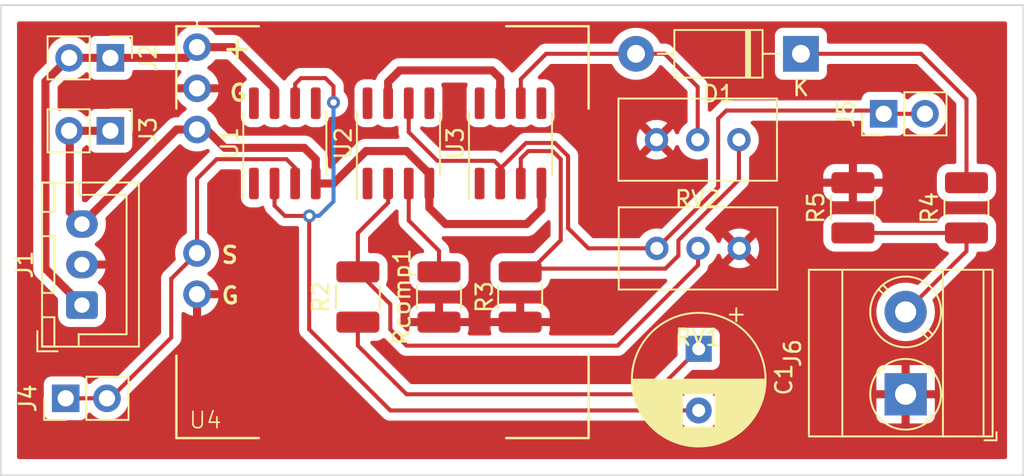
<source format=kicad_pcb>
(kicad_pcb (version 20221018) (generator pcbnew)
  (layers (0 "F.Cu" signal) (31 "B.Cu" signal) (34 "B.Paste" user) (35 "F.Paste" user) (36 "B.SilkS" user "B.Silkscreen") (37 "F.SilkS" user "F.Silkscreen") (38 "B.Mask" user) (39 "F.Mask" user) (44 "Edge.Cuts" user))
  (net 0 "")
  (net 1 "/Buff_Output")
  (net 2 "Net-(D1-K)")
  (net 3 "Net-(D1-A)")
  (net 4 "VCC")
  (net 5 "GND")
  (net 6 "VEE")
  (net 7 "Net-(U2-+)")
  (net 8 "Net-(U2--)")
  (net 9 "Net-(U3-+)")
  (net 10 "/Output")
  (net 11 "/Amp_Output")
  (net 13 "/EMG_Input")
  (net 22 "Net-(C1-Pad1)")
  (footprint "Resistor_SMD:R_1210_3225Metric_Pad1.30x2.65mm_HandSolder" (layer "F.Cu") (at 55 53 90)
    (fp_text reference "Rcomp1" (at 0 -2.28 90) (layer "F.SilkS"))
    (fp_text value "820R")
    (fp_line (start -0.723737 -1.355) (end 0.723737 -1.355) (stroke (width 0.12)) (layer "F.SilkS"))
    (fp_line (start -0.723737 1.355) (end 0.723737 1.355) (stroke (width 0.12)) (layer "F.SilkS"))
    (pad "1" smd roundrect (at -1.55 0 90) (size 1.3 2.65) (layers "F.Cu" "F.Paste" "F.Mask") (roundrect_rratio 0.192308) (net 5 "GND"))
    (pad "2" smd roundrect (at 1.55 0 90) (size 1.3 2.65) (layers "F.Cu" "F.Paste" "F.Mask") (roundrect_rratio 0.192308) (net 7 "Net-(U2-+)"))
  )
  (footprint "Package_SO:SOIC-8_3.9x4.9mm_P1.27mm" (layer "F.Cu") (at 52.5 43.525 90)
    (fp_text reference "U2" (at 0 -3.4 90) (layer "F.SilkS"))
    (fp_text value "OP07")
    (fp_line (start 0 -2.56) (end -3.45 -2.56) (stroke (width 0.12)) (layer "F.SilkS"))
    (fp_line (start 0 -2.56) (end 1.95 -2.56) (stroke (width 0.12)) (layer "F.SilkS"))
    (fp_line (start 0 2.56) (end -1.95 2.56) (stroke (width 0.12)) (layer "F.SilkS"))
    (fp_line (start 0 2.56) (end 1.95 2.56) (stroke (width 0.12)) (layer "F.SilkS"))
    (pad "1" smd roundrect (at -2.475 -1.905 90) (size 1.95 0.6) (layers "F.Cu" "F.Paste" "F.Mask"))
    (pad "2" smd roundrect (at -2.475 -0.635 90) (size 1.95 0.6) (layers "F.Cu" "F.Paste" "F.Mask") (net 8 "Net-(U2--)"))
    (pad "3" smd roundrect (at -2.475 0.635 90) (size 1.95 0.6) (layers "F.Cu" "F.Paste" "F.Mask") (net 7 "Net-(U2-+)"))
    (pad "4" smd roundrect (at -2.475 1.905 90) (size 1.95 0.6) (layers "F.Cu" "F.Paste" "F.Mask") (net 6 "VEE"))
    (pad "5" smd roundrect (at 2.475 1.905 90) (size 1.95 0.6) (layers "F.Cu" "F.Paste" "F.Mask"))
    (pad "6" smd roundrect (at 2.475 0.635 90) (size 1.95 0.6) (layers "F.Cu" "F.Paste" "F.Mask") (net 11 "/Amp_Output"))
    (pad "7" smd roundrect (at 2.475 -0.635 90) (size 1.95 0.6) (layers "F.Cu" "F.Paste" "F.Mask") (net 4 "VCC"))
    (pad "8" smd roundrect (at 2.475 -1.905 90) (size 1.95 0.6) (layers "F.Cu" "F.Paste" "F.Mask"))
  )
  (footprint "Diode_THT:D_DO-41_SOD81_P10.16mm_Horizontal" (layer "F.Cu") (at 77.3 38 180)
    (fp_text reference "D1" (at 5.08 -2.47) (layer "F.SilkS"))
    (fp_text value "1N4007")
    (fp_text user "K" (at 0 -2.1) (layer "F.SilkS"))
    (fp_line (start 1.34 0) (end 2.36 0) (stroke (width 0.12)) (layer "F.SilkS"))
    (fp_line (start 2.36 -1.47) (end 2.36 1.47) (stroke (width 0.12)) (layer "F.SilkS"))
    (fp_line (start 2.36 1.47) (end 7.8 1.47) (stroke (width 0.12)) (layer "F.SilkS"))
    (fp_line (start 3.14 -1.47) (end 3.14 1.47) (stroke (width 0.12)) (layer "F.SilkS"))
    (fp_line (start 3.26 -1.47) (end 3.26 1.47) (stroke (width 0.12)) (layer "F.SilkS"))
    (fp_line (start 3.38 -1.47) (end 3.38 1.47) (stroke (width 0.12)) (layer "F.SilkS"))
    (fp_line (start 7.8 -1.47) (end 2.36 -1.47) (stroke (width 0.12)) (layer "F.SilkS"))
    (fp_line (start 7.8 1.47) (end 7.8 -1.47) (stroke (width 0.12)) (layer "F.SilkS"))
    (fp_line (start 8.82 0) (end 7.8 0) (stroke (width 0.12)) (layer "F.SilkS"))
    (pad "1" thru_hole rect (at 0 0 180) (size 2.2 2.2) (drill 1.1) (layers "*.Cu" "*.Mask") (net 2 "Net-(D1-K)"))
    (pad "2" thru_hole oval (at 10.16 0 180) (size 2.2 2.2) (drill 1.1) (layers "*.Cu" "*.Mask") (net 3 "Net-(D1-A)"))
  )
  (footprint "Connector_PinHeader_2.54mm:PinHeader_1x02_P2.54mm_Vertical" (layer "F.Cu") (at 32 59.25 90)
    (fp_text reference "J4" (at 0 -2.33 90) (layer "F.SilkS"))
    (fp_text value "EMG Input")
    (fp_line (start -1.33 -1.33) (end 0 -1.33) (stroke (width 0.12)) (layer "F.SilkS"))
    (fp_line (start -1.33 0) (end -1.33 -1.33) (stroke (width 0.12)) (layer "F.SilkS"))
    (fp_line (start -1.33 1.27) (end -1.33 3.87) (stroke (width 0.12)) (layer "F.SilkS"))
    (fp_line (start -1.33 1.27) (end 1.33 1.27) (stroke (width 0.12)) (layer "F.SilkS"))
    (fp_line (start -1.33 3.87) (end 1.33 3.87) (stroke (width 0.12)) (layer "F.SilkS"))
    (fp_line (start 1.33 1.27) (end 1.33 3.87) (stroke (width 0.12)) (layer "F.SilkS"))
    (pad "1" thru_hole rect (at 0 0 90) (size 1.7 1.7) (drill 1) (layers "*.Cu" "*.Mask") (net 13 "/EMG_Input"))
    (pad "2" thru_hole oval (at 0 2.54 90) (size 1.7 1.7) (drill 1) (layers "*.Cu" "*.Mask") (net 13 "/EMG_Input"))
  )
  (footprint "Potentiometer_THT:Potentiometer_Bourns_3296W_Vertical" (layer "F.Cu") (at 73.5 50)
    (fp_text reference "RV1" (at -2.54 5.5) (layer "F.SilkS"))
    (fp_text value "Gain")
    (fp_line (start -7.425 -2.53) (end -7.425 2.54) (stroke (width 0.12)) (layer "F.SilkS"))
    (fp_line (start -7.425 -2.53) (end 2.345 -2.53) (stroke (width 0.12)) (layer "F.SilkS"))
    (fp_line (start -7.425 2.54) (end 2.345 2.54) (stroke (width 0.12)) (layer "F.SilkS"))
    (fp_line (start 2.345 -2.53) (end 2.345 2.54) (stroke (width 0.12)) (layer "F.SilkS"))
    (pad "1" thru_hole circle (at 0 0) (size 1.44 1.44) (drill 0.8) (layers "*.Cu" "*.Mask") (net 5 "GND"))
    (pad "2" thru_hole circle (at -2.54 0) (size 1.44 1.44) (drill 0.8) (layers "*.Cu" "*.Mask") (net 8 "Net-(U2--)"))
    (pad "3" thru_hole circle (at -5.08 0) (size 1.44 1.44) (drill 0.8) (layers "*.Cu" "*.Mask") (net 11 "/Amp_Output"))
  )
  (footprint "Resistor_SMD:R_1210_3225Metric_Pad1.30x2.65mm_HandSolder" (layer "F.Cu") (at 50 53 90)
    (fp_text reference "R2" (at 0 -2.28 90) (layer "F.SilkS"))
    (fp_text value "1k")
    (fp_line (start -0.723737 -1.355) (end 0.723737 -1.355) (stroke (width 0.12)) (layer "F.SilkS"))
    (fp_line (start -0.723737 1.355) (end 0.723737 1.355) (stroke (width 0.12)) (layer "F.SilkS"))
    (pad "1" smd roundrect (at -1.55 0 90) (size 1.3 2.65) (layers "F.Cu" "F.Paste" "F.Mask") (roundrect_rratio 0.192308) (net 22 "Net-(C1-Pad1)"))
    (pad "2" smd roundrect (at 1.55 0 90) (size 1.3 2.65) (layers "F.Cu" "F.Paste" "F.Mask") (roundrect_rratio 0.192308) (net 8 "Net-(U2--)"))
  )
  (footprint "Package_SO:SOIC-8_3.9x4.9mm_P1.27mm" (layer "F.Cu") (at 59.405 43.525 90)
    (fp_text reference "U3" (at 0 -3.4 90) (layer "F.SilkS"))
    (fp_text value "OP07")
    (fp_line (start 0 -2.56) (end -3.45 -2.56) (stroke (width 0.12)) (layer "F.SilkS"))
    (fp_line (start 0 -2.56) (end 1.95 -2.56) (stroke (width 0.12)) (layer "F.SilkS"))
    (fp_line (start 0 2.56) (end -1.95 2.56) (stroke (width 0.12)) (layer "F.SilkS"))
    (fp_line (start 0 2.56) (end 1.95 2.56) (stroke (width 0.12)) (layer "F.SilkS"))
    (pad "1" smd roundrect (at -2.475 -1.905 90) (size 1.95 0.6) (layers "F.Cu" "F.Paste" "F.Mask"))
    (pad "2" smd roundrect (at -2.475 -0.635 90) (size 1.95 0.6) (layers "F.Cu" "F.Paste" "F.Mask") (net 11 "/Amp_Output"))
    (pad "3" smd roundrect (at -2.475 0.635 90) (size 1.95 0.6) (layers "F.Cu" "F.Paste" "F.Mask") (net 9 "Net-(U3-+)"))
    (pad "4" smd roundrect (at -2.475 1.905 90) (size 1.95 0.6) (layers "F.Cu" "F.Paste" "F.Mask") (net 6 "VEE"))
    (pad "5" smd roundrect (at 2.475 1.905 90) (size 1.95 0.6) (layers "F.Cu" "F.Paste" "F.Mask"))
    (pad "6" smd roundrect (at 2.475 0.635 90) (size 1.95 0.6) (layers "F.Cu" "F.Paste" "F.Mask") (net 3 "Net-(D1-A)"))
    (pad "7" smd roundrect (at 2.475 -0.635 90) (size 1.95 0.6) (layers "F.Cu" "F.Paste" "F.Mask") (net 4 "VCC"))
    (pad "8" smd roundrect (at 2.475 -1.905 90) (size 1.95 0.6) (layers "F.Cu" "F.Paste" "F.Mask"))
  )
  (footprint "TerminalBlock_Phoenix:TerminalBlock_Phoenix_MKDS-3-2-5.08_1x02_P5.08mm_Horizontal" (layer "F.Cu") (at 83.75 59 90)
    (fp_text reference "J6" (at 2.54 -6.96 90) (layer "F.SilkS"))
    (fp_text value "Output")
    (fp_line (start -2.84 4.86) (end -2.84 5.6) (stroke (width 0.12)) (layer "F.SilkS"))
    (fp_line (start -2.84 5.6) (end -2.34 5.6) (stroke (width 0.12)) (layer "F.SilkS"))
    (fp_line (start -2.6 -5.96) (end -2.6 5.36) (stroke (width 0.12)) (layer "F.SilkS"))
    (fp_line (start -2.6 -5.96) (end 7.68 -5.96) (stroke (width 0.12)) (layer "F.SilkS"))
    (fp_line (start -2.6 -3.9) (end 7.68 -3.9) (stroke (width 0.12)) (layer "F.SilkS"))
    (fp_line (start -2.6 2.3) (end 7.68 2.3) (stroke (width 0.12)) (layer "F.SilkS"))
    (fp_line (start -2.6 4.8) (end 7.68 4.8) (stroke (width 0.12)) (layer "F.SilkS"))
    (fp_line (start -2.6 5.36) (end 7.68 5.36) (stroke (width 0.12)) (layer "F.SilkS"))
    (fp_line (start -1.548 1.281) (end -1.654 1.388) (stroke (width 0.12)) (layer "F.SilkS"))
    (fp_line (start -1.282 1.547) (end -1.388 1.654) (stroke (width 0.12)) (layer "F.SilkS"))
    (fp_line (start 1.388 -1.654) (end 1.281 -1.547) (stroke (width 0.12)) (layer "F.SilkS"))
    (fp_line (start 1.654 -1.388) (end 1.547 -1.281) (stroke (width 0.12)) (layer "F.SilkS"))
    (fp_line (start 3.822 0.992) (end 3.427 1.388) (stroke (width 0.12)) (layer "F.SilkS"))
    (fp_line (start 4.073 1.274) (end 3.693 1.654) (stroke (width 0.12)) (layer "F.SilkS"))
    (fp_line (start 6.468 -1.654) (end 6.088 -1.274) (stroke (width 0.12)) (layer "F.SilkS"))
    (fp_line (start 6.734 -1.388) (end 6.339 -0.992) (stroke (width 0.12)) (layer "F.SilkS"))
    (fp_line (start 7.68 -5.96) (end 7.68 5.36) (stroke (width 0.12)) (layer "F.SilkS"))
    (fp_circle (center 0 0) (end 2.18 0) (stroke (width 0.12)) (fill none) (layer "F.SilkS"))
    (fp_circle (center 5.08 0) (end 7.26 0) (stroke (width 0.12)) (fill none) (layer "F.SilkS"))
    (pad "1" thru_hole rect (at 0 0 90) (size 2.6 2.6) (drill 1.3) (layers "*.Cu" "*.Mask") (net 5 "GND"))
    (pad "2" thru_hole circle (at 5.08 0 90) (size 2.6 2.6) (drill 1.3) (layers "*.Cu" "*.Mask") (net 10 "/Output"))
  )
  (footprint "Package_SO:SOIC-8_3.9x4.9mm_P1.27mm" (layer "F.Cu") (at 45.5 43.525 90)
    (fp_text reference "U1" (at 0 -3.4 90) (layer "F.SilkS"))
    (fp_text value "OP07")
    (fp_line (start 0 -2.56) (end -3.45 -2.56) (stroke (width 0.12)) (layer "F.SilkS"))
    (fp_line (start 0 -2.56) (end 1.95 -2.56) (stroke (width 0.12)) (layer "F.SilkS"))
    (fp_line (start 0 2.56) (end -1.95 2.56) (stroke (width 0.12)) (layer "F.SilkS"))
    (fp_line (start 0 2.56) (end 1.95 2.56) (stroke (width 0.12)) (layer "F.SilkS"))
    (pad "1" smd roundrect (at -2.475 -1.905 90) (size 1.95 0.6) (layers "F.Cu" "F.Paste" "F.Mask"))
    (pad "2" smd roundrect (at -2.475 -0.635 90) (size 1.95 0.6) (layers "F.Cu" "F.Paste" "F.Mask") (net 1 "/Buff_Output"))
    (pad "3" smd roundrect (at -2.475 0.635 90) (size 1.95 0.6) (layers "F.Cu" "F.Paste" "F.Mask") (net 13 "/EMG_Input"))
    (pad "4" smd roundrect (at -2.475 1.905 90) (size 1.95 0.6) (layers "F.Cu" "F.Paste" "F.Mask") (net 6 "VEE"))
    (pad "5" smd roundrect (at 2.475 1.905 90) (size 1.95 0.6) (layers "F.Cu" "F.Paste" "F.Mask"))
    (pad "6" smd roundrect (at 2.475 0.635 90) (size 1.95 0.6) (layers "F.Cu" "F.Paste" "F.Mask") (net 1 "/Buff_Output"))
    (pad "7" smd roundrect (at 2.475 -0.635 90) (size 1.95 0.6) (layers "F.Cu" "F.Paste" "F.Mask") (net 4 "VCC"))
    (pad "8" smd roundrect (at 2.475 -1.905 90) (size 1.95 0.6) (layers "F.Cu" "F.Paste" "F.Mask"))
  )
  (footprint "Connector_PinHeader_2.54mm:PinHeader_1x02_P2.54mm_Vertical" (layer "F.Cu") (at 34.75 42.75 -90)
    (fp_text reference "J3" (at 0 -2.33 90) (layer "F.SilkS"))
    (fp_text value "-Vcc")
    (fp_line (start -1.33 -1.33) (end 0 -1.33) (stroke (width 0.12)) (layer "F.SilkS"))
    (fp_line (start -1.33 0) (end -1.33 -1.33) (stroke (width 0.12)) (layer "F.SilkS"))
    (fp_line (start -1.33 1.27) (end -1.33 3.87) (stroke (width 0.12)) (layer "F.SilkS"))
    (fp_line (start -1.33 1.27) (end 1.33 1.27) (stroke (width 0.12)) (layer "F.SilkS"))
    (fp_line (start -1.33 3.87) (end 1.33 3.87) (stroke (width 0.12)) (layer "F.SilkS"))
    (fp_line (start 1.33 1.27) (end 1.33 3.87) (stroke (width 0.12)) (layer "F.SilkS"))
    (pad "1" thru_hole rect (at 0 0 270) (size 1.7 1.7) (drill 1) (layers "*.Cu" "*.Mask") (net 6 "VEE"))
    (pad "2" thru_hole oval (at 0 2.54 270) (size 1.7 1.7) (drill 1) (layers "*.Cu" "*.Mask") (net 6 "VEE"))
  )
  (footprint "Muscle Sensor V3:Muscle Sensor V3" (layer "F.Cu") (at 38.5 36)
    (fp_text reference "U4" (at 2.1 24.6 unlocked) (layer "F.SilkS") (effects (font (thickness 0.1))))
    (fp_text value "Muscle Sensor V3")
    (fp_text user "G" (at 3 17.5 unlocked) (layer "F.SilkS") (effects (font (thickness 0.2)) (justify left bottom)))
    (fp_text user "G" (at 3.5 5 unlocked) (layer "F.SilkS") (effects (font (thickness 0.2)) (justify left bottom)))
    (fp_text user "+" (at 3 2.5 unlocked) (layer "F.SilkS") (effects (font (size 1.5 1.5) (thickness 0.2)) (justify left bottom)))
    (fp_text user "S" (at 3 15 unlocked) (layer "F.SilkS") (effects (font (thickness 0.2)) (justify left bottom)))
    (fp_line (start 0.3175 0.3) (end 0.3175 0.3) (stroke (width 0.15)) (layer "F.SilkS"))
    (fp_line (start 0.3175 0.3) (end 0.3175 5.38) (stroke (width 0.15)) (layer "F.SilkS"))
    (fp_line (start 0.3175 0.3) (end 5.3975 0.3) (stroke (width 0.15)) (layer "F.SilkS"))
    (fp_line (start 0.3175 25.7) (end 0.3175 20.62) (stroke (width 0.15)) (layer "F.SilkS"))
    (fp_line (start 0.3175 25.7) (end 5.3975 25.7) (stroke (width 0.15)) (layer "F.SilkS"))
    (fp_line (start 25.7175 0.3) (end 20.6375 0.3) (stroke (width 0.15)) (layer "F.SilkS"))
    (fp_line (start 25.7175 0.3) (end 25.7175 5.38) (stroke (width 0.15)) (layer "F.SilkS"))
    (fp_line (start 25.7175 25.7) (end 20.6375 25.7) (stroke (width 0.15)) (layer "F.SilkS"))
    (fp_line (start 25.7175 25.7) (end 25.7175 20.62) (stroke (width 0.15)) (layer "F.SilkS"))
    (pad "1" thru_hole roundrect (at 1.59 1.59) (size 1.7 1.7) (drill 1) (layers "*.Cu" "*.Mask") (roundrect_rratio 0.5) (net 4 "VCC"))
    (pad "2" thru_hole roundrect (at 1.59 4.13) (size 1.7 1.7) (drill 1) (layers "*.Cu" "*.Mask") (roundrect_rratio 0.5) (net 5 "GND"))
    (pad "3" thru_hole roundrect (at 1.59 6.67) (size 1.7 1.7) (drill 1) (layers "*.Cu" "*.Mask") (roundrect_rratio 0.5) (net 6 "VEE"))
    (pad "4" thru_hole roundrect (at 1.59 14.29) (size 1.7 1.7) (drill 1) (layers "*.Cu" "*.Mask") (roundrect_rratio 0.5) (net 13 "/EMG_Input"))
    (pad "5" thru_hole roundrect (at 1.59 16.83) (size 1.7 1.7) (drill 1) (layers "*.Cu" "*.Mask") (roundrect_rratio 0.5) (net 5 "GND"))
  )
  (footprint "Connector_PinHeader_2.54mm:PinHeader_1x02_P2.54mm_Vertical" (layer "F.Cu") (at 34.75 38.25 -90)
    (fp_text reference "J2" (at 0 -2.33 90) (layer "F.SilkS"))
    (fp_text value "+Vcc")
    (fp_line (start -1.33 -1.33) (end 0 -1.33) (stroke (width 0.12)) (layer "F.SilkS"))
    (fp_line (start -1.33 0) (end -1.33 -1.33) (stroke (width 0.12)) (layer "F.SilkS"))
    (fp_line (start -1.33 1.27) (end -1.33 3.87) (stroke (width 0.12)) (layer "F.SilkS"))
    (fp_line (start -1.33 1.27) (end 1.33 1.27) (stroke (width 0.12)) (layer "F.SilkS"))
    (fp_line (start -1.33 3.87) (end 1.33 3.87) (stroke (width 0.12)) (layer "F.SilkS"))
    (fp_line (start 1.33 1.27) (end 1.33 3.87) (stroke (width 0.12)) (layer "F.SilkS"))
    (pad "1" thru_hole rect (at 0 0 270) (size 1.7 1.7) (drill 1) (layers "*.Cu" "*.Mask") (net 4 "VCC"))
    (pad "2" thru_hole oval (at 0 2.54 270) (size 1.7 1.7) (drill 1) (layers "*.Cu" "*.Mask") (net 4 "VCC"))
  )
  (footprint "Resistor_SMD:R_1210_3225Metric_Pad1.30x2.65mm_HandSolder" (layer "F.Cu") (at 80.5 47.5 90)
    (fp_text reference "R5" (at 0 -2.28 90) (layer "F.SilkS"))
    (fp_text value "10k")
    (fp_line (start -0.723737 -1.355) (end 0.723737 -1.355) (stroke (width 0.12)) (layer "F.SilkS"))
    (fp_line (start -0.723737 1.355) (end 0.723737 1.355) (stroke (width 0.12)) (layer "F.SilkS"))
    (pad "1" smd roundrect (at -1.55 0 90) (size 1.3 2.65) (layers "F.Cu" "F.Paste" "F.Mask") (roundrect_rratio 0.192308) (net 10 "/Output"))
    (pad "2" smd roundrect (at 1.55 0 90) (size 1.3 2.65) (layers "F.Cu" "F.Paste" "F.Mask") (roundrect_rratio 0.192308) (net 5 "GND"))
  )
  (footprint "Capacitor_THT:CP_Radial_D8.0mm_P3.80mm" (layer "F.Cu") (at 71 56.197349 -90)
    (fp_text reference "C1" (at 1.9 -5.25 90) (layer "F.SilkS"))
    (fp_text value "100u")
    (fp_line (start -2.509698 -2.315) (end -1.709698 -2.315) (stroke (width 0.12)) (layer "F.SilkS"))
    (fp_line (start -2.109698 -2.715) (end -2.109698 -1.915) (stroke (width 0.12)) (layer "F.SilkS"))
    (fp_line (start 1.9 -4.08) (end 1.9 4.08) (stroke (width 0.12)) (layer "F.SilkS"))
    (fp_line (start 1.94 -4.08) (end 1.94 4.08) (stroke (width 0.12)) (layer "F.SilkS"))
    (fp_line (start 1.98 -4.08) (end 1.98 4.08) (stroke (width 0.12)) (layer "F.SilkS"))
    (fp_line (start 2.02 -4.079) (end 2.02 4.079) (stroke (width 0.12)) (layer "F.SilkS"))
    (fp_line (start 2.06 -4.077) (end 2.06 4.077) (stroke (width 0.12)) (layer "F.SilkS"))
    (fp_line (start 2.1 -4.076) (end 2.1 4.076) (stroke (width 0.12)) (layer "F.SilkS"))
    (fp_line (start 2.14 -4.074) (end 2.14 4.074) (stroke (width 0.12)) (layer "F.SilkS"))
    (fp_line (start 2.18 -4.071) (end 2.18 4.071) (stroke (width 0.12)) (layer "F.SilkS"))
    (fp_line (start 2.22 -4.068) (end 2.22 4.068) (stroke (width 0.12)) (layer "F.SilkS"))
    (fp_line (start 2.26 -4.065) (end 2.26 4.065) (stroke (width 0.12)) (layer "F.SilkS"))
    (fp_line (start 2.3 -4.061) (end 2.3 4.061) (stroke (width 0.12)) (layer "F.SilkS"))
    (fp_line (start 2.34 -4.057) (end 2.34 4.057) (stroke (width 0.12)) (layer "F.SilkS"))
    (fp_line (start 2.38 -4.052) (end 2.38 4.052) (stroke (width 0.12)) (layer "F.SilkS"))
    (fp_line (start 2.42 -4.048) (end 2.42 4.048) (stroke (width 0.12)) (layer "F.SilkS"))
    (fp_line (start 2.46 -4.042) (end 2.46 4.042) (stroke (width 0.12)) (layer "F.SilkS"))
    (fp_line (start 2.5 -4.037) (end 2.5 4.037) (stroke (width 0.12)) (layer "F.SilkS"))
    (fp_line (start 2.54 -4.03) (end 2.54 4.03) (stroke (width 0.12)) (layer "F.SilkS"))
    (fp_line (start 2.58 -4.024) (end 2.58 4.024) (stroke (width 0.12)) (layer "F.SilkS"))
    (fp_line (start 2.621 -4.017) (end 2.621 4.017) (stroke (width 0.12)) (layer "F.SilkS"))
    (fp_line (start 2.661 -4.01) (end 2.661 4.01) (stroke (width 0.12)) (layer "F.SilkS"))
    (fp_line (start 2.701 -4.002) (end 2.701 4.002) (stroke (width 0.12)) (layer "F.SilkS"))
    (fp_line (start 2.741 -3.994) (end 2.741 3.994) (stroke (width 0.12)) (layer "F.SilkS"))
    (fp_line (start 2.781 -3.985) (end 2.781 -1.04) (stroke (width 0.12)) (layer "F.SilkS"))
    (fp_line (start 2.781 1.04) (end 2.781 3.985) (stroke (width 0.12)) (layer "F.SilkS"))
    (fp_line (start 2.821 -3.976) (end 2.821 -1.04) (stroke (width 0.12)) (layer "F.SilkS"))
    (fp_line (start 2.821 1.04) (end 2.821 3.976) (stroke (width 0.12)) (layer "F.SilkS"))
    (fp_line (start 2.861 -3.967) (end 2.861 -1.04) (stroke (width 0.12)) (layer "F.SilkS"))
    (fp_line (start 2.861 1.04) (end 2.861 3.967) (stroke (width 0.12)) (layer "F.SilkS"))
    (fp_line (start 2.901 -3.957) (end 2.901 -1.04) (stroke (width 0.12)) (layer "F.SilkS"))
    (fp_line (start 2.901 1.04) (end 2.901 3.957) (stroke (width 0.12)) (layer "F.SilkS"))
    (fp_line (start 2.941 -3.947) (end 2.941 -1.04) (stroke (width 0.12)) (layer "F.SilkS"))
    (fp_line (start 2.941 1.04) (end 2.941 3.947) (stroke (width 0.12)) (layer "F.SilkS"))
    (fp_line (start 2.981 -3.936) (end 2.981 -1.04) (stroke (width 0.12)) (layer "F.SilkS"))
    (fp_line (start 2.981 1.04) (end 2.981 3.936) (stroke (width 0.12)) (layer "F.SilkS"))
    (fp_line (start 3.021 -3.925) (end 3.021 -1.04) (stroke (width 0.12)) (layer "F.SilkS"))
    (fp_line (start 3.021 1.04) (end 3.021 3.925) (stroke (width 0.12)) (layer "F.SilkS"))
    (fp_line (start 3.061 -3.914) (end 3.061 -1.04) (stroke (width 0.12)) (layer "F.SilkS"))
    (fp_line (start 3.061 1.04) (end 3.061 3.914) (stroke (width 0.12)) (layer "F.SilkS"))
    (fp_line (start 3.101 -3.902) (end 3.101 -1.04) (stroke (width 0.12)) (layer "F.SilkS"))
    (fp_line (start 3.101 1.04) (end 3.101 3.902) (stroke (width 0.12)) (layer "F.SilkS"))
    (fp_line (start 3.141 -3.889) (end 3.141 -1.04) (stroke (width 0.12)) (layer "F.SilkS"))
    (fp_line (start 3.141 1.04) (end 3.141 3.889) (stroke (width 0.12)) (layer "F.SilkS"))
    (fp_line (start 3.181 -3.877) (end 3.181 -1.04) (stroke (width 0.12)) (layer "F.SilkS"))
    (fp_line (start 3.181 1.04) (end 3.181 3.877) (stroke (width 0.12)) (layer "F.SilkS"))
    (fp_line (start 3.221 -3.863) (end 3.221 -1.04) (stroke (width 0.12)) (layer "F.SilkS"))
    (fp_line (start 3.221 1.04) (end 3.221 3.863) (stroke (width 0.12)) (layer "F.SilkS"))
    (fp_line (start 3.261 -3.85) (end 3.261 -1.04) (stroke (width 0.12)) (layer "F.SilkS"))
    (fp_line (start 3.261 1.04) (end 3.261 3.85) (stroke (width 0.12)) (layer "F.SilkS"))
    (fp_line (start 3.301 -3.835) (end 3.301 -1.04) (stroke (width 0.12)) (layer "F.SilkS"))
    (fp_line (start 3.301 1.04) (end 3.301 3.835) (stroke (width 0.12)) (layer "F.SilkS"))
    (fp_line (start 3.341 -3.821) (end 3.341 -1.04) (stroke (width 0.12)) (layer "F.SilkS"))
    (fp_line (start 3.341 1.04) (end 3.341 3.821) (stroke (width 0.12)) (layer "F.SilkS"))
    (fp_line (start 3.381 -3.805) (end 3.381 -1.04) (stroke (width 0.12)) (layer "F.SilkS"))
    (fp_line (start 3.381 1.04) (end 3.381 3.805) (stroke (width 0.12)) (layer "F.SilkS"))
    (fp_line (start 3.421 -3.79) (end 3.421 -1.04) (stroke (width 0.12)) (layer "F.SilkS"))
    (fp_line (start 3.421 1.04) (end 3.421 3.79) (stroke (width 0.12)) (layer "F.SilkS"))
    (fp_line (start 3.461 -3.774) (end 3.461 -1.04) (stroke (width 0.12)) (layer "F.SilkS"))
    (fp_line (start 3.461 1.04) (end 3.461 3.774) (stroke (width 0.12)) (layer "F.SilkS"))
    (fp_line (start 3.501 -3.757) (end 3.501 -1.04) (stroke (width 0.12)) (layer "F.SilkS"))
    (fp_line (start 3.501 1.04) (end 3.501 3.757) (stroke (width 0.12)) (layer "F.SilkS"))
    (fp_line (start 3.541 -3.74) (end 3.541 -1.04) (stroke (width 0.12)) (layer "F.SilkS"))
    (fp_line (start 3.541 1.04) (end 3.541 3.74) (stroke (width 0.12)) (layer "F.SilkS"))
    (fp_line (start 3.581 -3.722) (end 3.581 -1.04) (stroke (width 0.12)) (layer "F.SilkS"))
    (fp_line (start 3.581 1.04) (end 3.581 3.722) (stroke (width 0.12)) (layer "F.SilkS"))
    (fp_line (start 3.621 -3.704) (end 3.621 -1.04) (stroke (width 0.12)) (layer "F.SilkS"))
    (fp_line (start 3.621 1.04) (end 3.621 3.704) (stroke (width 0.12)) (layer "F.SilkS"))
    (fp_line (start 3.661 -3.686) (end 3.661 -1.04) (stroke (width 0.12)) (layer "F.SilkS"))
    (fp_line (start 3.661 1.04) (end 3.661 3.686) (stroke (width 0.12)) (layer "F.SilkS"))
    (fp_line (start 3.701 -3.666) (end 3.701 -1.04) (stroke (width 0.12)) (layer "F.SilkS"))
    (fp_line (start 3.701 1.04) (end 3.701 3.666) (stroke (width 0.12)) (layer "F.SilkS"))
    (fp_line (start 3.741 -3.647) (end 3.741 -1.04) (stroke (width 0.12)) (layer "F.SilkS"))
    (fp_line (start 3.741 1.04) (end 3.741 3.647) (stroke (width 0.12)) (layer "F.SilkS"))
    (fp_line (start 3.781 -3.627) (end 3.781 -1.04) (stroke (width 0.12)) (layer "F.SilkS"))
    (fp_line (start 3.781 1.04) (end 3.781 3.627) (stroke (width 0.12)) (layer "F.SilkS"))
    (fp_line (start 3.821 -3.606) (end 3.821 -1.04) (stroke (width 0.12)) (layer "F.SilkS"))
    (fp_line (start 3.821 1.04) (end 3.821 3.606) (stroke (width 0.12)) (layer "F.SilkS"))
    (fp_line (start 3.861 -3.584) (end 3.861 -1.04) (stroke (width 0.12)) (layer "F.SilkS"))
    (fp_line (start 3.861 1.04) (end 3.861 3.584) (stroke (width 0.12)) (layer "F.SilkS"))
    (fp_line (start 3.901 -3.562) (end 3.901 -1.04) (stroke (width 0.12)) (layer "F.SilkS"))
    (fp_line (start 3.901 1.04) (end 3.901 3.562) (stroke (width 0.12)) (layer "F.SilkS"))
    (fp_line (start 3.941 -3.54) (end 3.941 -1.04) (stroke (width 0.12)) (layer "F.SilkS"))
    (fp_line (start 3.941 1.04) (end 3.941 3.54) (stroke (width 0.12)) (layer "F.SilkS"))
    (fp_line (start 3.981 -3.517) (end 3.981 -1.04) (stroke (width 0.12)) (layer "F.SilkS"))
    (fp_line (start 3.981 1.04) (end 3.981 3.517) (stroke (width 0.12)) (layer "F.SilkS"))
    (fp_line (start 4.021 -3.493) (end 4.021 -1.04) (stroke (width 0.12)) (layer "F.SilkS"))
    (fp_line (start 4.021 1.04) (end 4.021 3.493) (stroke (width 0.12)) (layer "F.SilkS"))
    (fp_line (start 4.061 -3.469) (end 4.061 -1.04) (stroke (width 0.12)) (layer "F.SilkS"))
    (fp_line (start 4.061 1.04) (end 4.061 3.469) (stroke (width 0.12)) (layer "F.SilkS"))
    (fp_line (start 4.101 -3.444) (end 4.101 -1.04) (stroke (width 0.12)) (layer "F.SilkS"))
    (fp_line (start 4.101 1.04) (end 4.101 3.444) (stroke (width 0.12)) (layer "F.SilkS"))
    (fp_line (start 4.141 -3.418) (end 4.141 -1.04) (stroke (width 0.12)) (layer "F.SilkS"))
    (fp_line (start 4.141 1.04) (end 4.141 3.418) (stroke (width 0.12)) (layer "F.SilkS"))
    (fp_line (start 4.181 -3.392) (end 4.181 -1.04) (stroke (width 0.12)) (layer "F.SilkS"))
    (fp_line (start 4.181 1.04) (end 4.181 3.392) (stroke (width 0.12)) (layer "F.SilkS"))
    (fp_line (start 4.221 -3.365) (end 4.221 -1.04) (stroke (width 0.12)) (layer "F.SilkS"))
    (fp_line (start 4.221 1.04) (end 4.221 3.365) (stroke (width 0.12)) (layer "F.SilkS"))
    (fp_line (start 4.261 -3.338) (end 4.261 -1.04) (stroke (width 0.12)) (layer "F.SilkS"))
    (fp_line (start 4.261 1.04) (end 4.261 3.338) (stroke (width 0.12)) (layer "F.SilkS"))
    (fp_line (start 4.301 -3.309) (end 4.301 -1.04) (stroke (width 0.12)) (layer "F.SilkS"))
    (fp_line (start 4.301 1.04) (end 4.301 3.309) (stroke (width 0.12)) (layer "F.SilkS"))
    (fp_line (start 4.341 -3.28) (end 4.341 -1.04) (stroke (width 0.12)) (layer "F.SilkS"))
    (fp_line (start 4.341 1.04) (end 4.341 3.28) (stroke (width 0.12)) (layer "F.SilkS"))
    (fp_line (start 4.381 -3.25) (end 4.381 -1.04) (stroke (width 0.12)) (layer "F.SilkS"))
    (fp_line (start 4.381 1.04) (end 4.381 3.25) (stroke (width 0.12)) (layer "F.SilkS"))
    (fp_line (start 4.421 -3.22) (end 4.421 -1.04) (stroke (width 0.12)) (layer "F.SilkS"))
    (fp_line (start 4.421 1.04) (end 4.421 3.22) (stroke (width 0.12)) (layer "F.SilkS"))
    (fp_line (start 4.461 -3.189) (end 4.461 -1.04) (stroke (width 0.12)) (layer "F.SilkS"))
    (fp_line (start 4.461 1.04) (end 4.461 3.189) (stroke (width 0.12)) (layer "F.SilkS"))
    (fp_line (start 4.501 -3.156) (end 4.501 -1.04) (stroke (width 0.12)) (layer "F.SilkS"))
    (fp_line (start 4.501 1.04) (end 4.501 3.156) (stroke (width 0.12)) (layer "F.SilkS"))
    (fp_line (start 4.541 -3.124) (end 4.541 -1.04) (stroke (width 0.12)) (layer "F.SilkS"))
    (fp_line (start 4.541 1.04) (end 4.541 3.124) (stroke (width 0.12)) (layer "F.SilkS"))
    (fp_line (start 4.581 -3.09) (end 4.581 -1.04) (stroke (width 0.12)) (layer "F.SilkS"))
    (fp_line (start 4.581 1.04) (end 4.581 3.09) (stroke (width 0.12)) (layer "F.SilkS"))
    (fp_line (start 4.621 -3.055) (end 4.621 -1.04) (stroke (width 0.12)) (layer "F.SilkS"))
    (fp_line (start 4.621 1.04) (end 4.621 3.055) (stroke (width 0.12)) (layer "F.SilkS"))
    (fp_line (start 4.661 -3.019) (end 4.661 -1.04) (stroke (width 0.12)) (layer "F.SilkS"))
    (fp_line (start 4.661 1.04) (end 4.661 3.019) (stroke (width 0.12)) (layer "F.SilkS"))
    (fp_line (start 4.701 -2.983) (end 4.701 -1.04) (stroke (width 0.12)) (layer "F.SilkS"))
    (fp_line (start 4.701 1.04) (end 4.701 2.983) (stroke (width 0.12)) (layer "F.SilkS"))
    (fp_line (start 4.741 -2.945) (end 4.741 -1.04) (stroke (width 0.12)) (layer "F.SilkS"))
    (fp_line (start 4.741 1.04) (end 4.741 2.945) (stroke (width 0.12)) (layer "F.SilkS"))
    (fp_line (start 4.781 -2.907) (end 4.781 -1.04) (stroke (width 0.12)) (layer "F.SilkS"))
    (fp_line (start 4.781 1.04) (end 4.781 2.907) (stroke (width 0.12)) (layer "F.SilkS"))
    (fp_line (start 4.821 -2.867) (end 4.821 -1.04) (stroke (width 0.12)) (layer "F.SilkS"))
    (fp_line (start 4.821 1.04) (end 4.821 2.867) (stroke (width 0.12)) (layer "F.SilkS"))
    (fp_line (start 4.861 -2.826) (end 4.861 2.826) (stroke (width 0.12)) (layer "F.SilkS"))
    (fp_line (start 4.901 -2.784) (end 4.901 2.784) (stroke (width 0.12)) (layer "F.SilkS"))
    (fp_line (start 4.941 -2.741) (end 4.941 2.741) (stroke (width 0.12)) (layer "F.SilkS"))
    (fp_line (start 4.981 -2.697) (end 4.981 2.697) (stroke (width 0.12)) (layer "F.SilkS"))
    (fp_line (start 5.021 -2.651) (end 5.021 2.651) (stroke (width 0.12)) (layer "F.SilkS"))
    (fp_line (start 5.061 -2.604) (end 5.061 2.604) (stroke (width 0.12)) (layer "F.SilkS"))
    (fp_line (start 5.101 -2.556) (end 5.101 2.556) (stroke (width 0.12)) (layer "F.SilkS"))
    (fp_line (start 5.141 -2.505) (end 5.141 2.505) (stroke (width 0.12)) (layer "F.SilkS"))
    (fp_line (start 5.181 -2.454) (end 5.181 2.454) (stroke (width 0.12)) (layer "F.SilkS"))
    (fp_line (start 5.221 -2.4) (end 5.221 2.4) (stroke (width 0.12)) (layer "F.SilkS"))
    (fp_line (start 5.261 -2.345) (end 5.261 2.345) (stroke (width 0.12)) (layer "F.SilkS"))
    (fp_line (start 5.301 -2.287) (end 5.301 2.287) (stroke (width 0.12)) (layer "F.SilkS"))
    (fp_line (start 5.341 -2.228) (end 5.341 2.228) (stroke (width 0.12)) (layer "F.SilkS"))
    (fp_line (start 5.381 -2.166) (end 5.381 2.166) (stroke (width 0.12)) (layer "F.SilkS"))
    (fp_line (start 5.421 -2.102) (end 5.421 2.102) (stroke (width 0.12)) (layer "F.SilkS"))
    (fp_line (start 5.461 -2.034) (end 5.461 2.034) (stroke (width 0.12)) (layer "F.SilkS"))
    (fp_line (start 5.501 -1.964) (end 5.501 1.964) (stroke (width 0.12)) (layer "F.SilkS"))
    (fp_line (start 5.541 -1.89) (end 5.541 1.89) (stroke (width 0.12)) (layer "F.SilkS"))
    (fp_line (start 5.581 -1.813) (end 5.581 1.813) (stroke (width 0.12)) (layer "F.SilkS"))
    (fp_line (start 5.621 -1.731) (end 5.621 1.731) (stroke (width 0.12)) (layer "F.SilkS"))
    (fp_line (start 5.661 -1.645) (end 5.661 1.645) (stroke (width 0.12)) (layer "F.SilkS"))
    (fp_line (start 5.701 -1.552) (end 5.701 1.552) (stroke (width 0.12)) (layer "F.SilkS"))
    (fp_line (start 5.741 -1.453) (end 5.741 1.453) (stroke (width 0.12)) (layer "F.SilkS"))
    (fp_line (start 5.781 -1.346) (end 5.781 1.346) (stroke (width 0.12)) (layer "F.SilkS"))
    (fp_line (start 5.821 -1.229) (end 5.821 1.229) (stroke (width 0.12)) (layer "F.SilkS"))
    (fp_line (start 5.861 -1.098) (end 5.861 1.098) (stroke (width 0.12)) (layer "F.SilkS"))
    (fp_line (start 5.901 -0.948) (end 5.901 0.948) (stroke (width 0.12)) (layer "F.SilkS"))
    (fp_line (start 5.941 -0.768) (end 5.941 0.768) (stroke (width 0.12)) (layer "F.SilkS"))
    (fp_line (start 5.981 -0.533) (end 5.981 0.533) (stroke (width 0.12)) (layer "F.SilkS"))
    (fp_circle (center 1.9 0) (end 6.02 0) (stroke (width 0.12)) (fill none) (layer "F.SilkS"))
    (pad "1" thru_hole rect (at 0 0 270) (size 1.6 1.6) (drill 0.8) (layers "*.Cu" "*.Mask") (net 22 "Net-(C1-Pad1)"))
    (pad "2" thru_hole circle (at 3.8 0 270) (size 1.6 1.6) (drill 0.8) (layers "*.Cu" "*.Mask") (net 1 "/Buff_Output"))
  )
  (footprint "Potentiometer_THT:Potentiometer_Bourns_3296W_Vertical" (layer "F.Cu") (at 68.4 43.3 180)
    (fp_text reference "RV2" (at -2.54 -3.66) (layer "F.SilkS"))
    (fp_text value "Threshold")
    (fp_line (start -7.425 -2.53) (end -7.425 2.54) (stroke (width 0.12)) (layer "F.SilkS"))
    (fp_line (start -7.425 -2.53) (end 2.345 -2.53) (stroke (width 0.12)) (layer "F.SilkS"))
    (fp_line (start -7.425 2.54) (end 2.345 2.54) (stroke (width 0.12)) (layer "F.SilkS"))
    (fp_line (start 2.345 -2.53) (end 2.345 2.54) (stroke (width 0.12)) (layer "F.SilkS"))
    (pad "1" thru_hole circle (at 0 0 180) (size 1.44 1.44) (drill 0.8) (layers "*.Cu" "*.Mask") (net 5 "GND"))
    (pad "2" thru_hole circle (at -2.54 0 180) (size 1.44 1.44) (drill 0.8) (layers "*.Cu" "*.Mask") (net 3 "Net-(D1-A)"))
    (pad "3" thru_hole circle (at -5.08 0 180) (size 1.44 1.44) (drill 0.8) (layers "*.Cu" "*.Mask") (net 9 "Net-(U3-+)"))
  )
  (footprint "Resistor_SMD:R_1210_3225Metric_Pad1.30x2.65mm_HandSolder" (layer "F.Cu") (at 87.5 47.5 90)
    (fp_text reference "R4" (at 0 -2.28 90) (layer "F.SilkS"))
    (fp_text value "10k")
    (fp_line (start -0.723737 -1.355) (end 0.723737 -1.355) (stroke (width 0.12)) (layer "F.SilkS"))
    (fp_line (start -0.723737 1.355) (end 0.723737 1.355) (stroke (width 0.12)) (layer "F.SilkS"))
    (pad "1" smd roundrect (at -1.55 0 90) (size 1.3 2.65) (layers "F.Cu" "F.Paste" "F.Mask") (roundrect_rratio 0.192308) (net 10 "/Output"))
    (pad "2" smd roundrect (at 1.55 0 90) (size 1.3 2.65) (layers "F.Cu" "F.Paste" "F.Mask") (roundrect_rratio 0.192308) (net 2 "Net-(D1-K)"))
  )
  (footprint "Connector_JST:JST_XH_B3B-XH-A_1x03_P2.50mm_Vertical" (layer "F.Cu") (at 33 53.5 90)
    (fp_text reference "J1" (at 2.5 -3.55 90) (layer "F.SilkS"))
    (fp_text value "Supply")
    (fp_line (start -2.85 -2.75) (end -2.85 -1.5) (stroke (width 0.12)) (layer "F.SilkS"))
    (fp_line (start -2.56 -2.46) (end -2.56 3.51) (stroke (width 0.12)) (layer "F.SilkS"))
    (fp_line (start -2.56 3.51) (end 7.56 3.51) (stroke (width 0.12)) (layer "F.SilkS"))
    (fp_line (start -2.55 -2.45) (end -2.55 -1.7) (stroke (width 0.12)) (layer "F.SilkS"))
    (fp_line (start -2.55 -1.7) (end -0.75 -1.7) (stroke (width 0.12)) (layer "F.SilkS"))
    (fp_line (start -2.55 -0.2) (end -1.8 -0.2) (stroke (width 0.12)) (layer "F.SilkS"))
    (fp_line (start -1.8 -0.2) (end -1.8 2.75) (stroke (width 0.12)) (layer "F.SilkS"))
    (fp_line (start -1.8 2.75) (end 2.5 2.75) (stroke (width 0.12)) (layer "F.SilkS"))
    (fp_line (start -1.6 -2.75) (end -2.85 -2.75) (stroke (width 0.12)) (layer "F.SilkS"))
    (fp_line (start -0.75 -2.45) (end -2.55 -2.45) (stroke (width 0.12)) (layer "F.SilkS"))
    (fp_line (start -0.75 -1.7) (end -0.75 -2.45) (stroke (width 0.12)) (layer "F.SilkS"))
    (fp_line (start 0.75 -2.45) (end 0.75 -1.7) (stroke (width 0.12)) (layer "F.SilkS"))
    (fp_line (start 0.75 -1.7) (end 4.25 -1.7) (stroke (width 0.12)) (layer "F.SilkS"))
    (fp_line (start 4.25 -2.45) (end 0.75 -2.45) (stroke (width 0.12)) (layer "F.SilkS"))
    (fp_line (start 4.25 -1.7) (end 4.25 -2.45) (stroke (width 0.12)) (layer "F.SilkS"))
    (fp_line (start 5.75 -2.45) (end 5.75 -1.7) (stroke (width 0.12)) (layer "F.SilkS"))
    (fp_line (start 5.75 -1.7) (end 7.55 -1.7) (stroke (width 0.12)) (layer "F.SilkS"))
    (fp_line (start 6.8 -0.2) (end 6.8 2.75) (stroke (width 0.12)) (layer "F.SilkS"))
    (fp_line (start 6.8 2.75) (end 2.5 2.75) (stroke (width 0.12)) (layer "F.SilkS"))
    (fp_line (start 7.55 -2.45) (end 5.75 -2.45) (stroke (width 0.12)) (layer "F.SilkS"))
    (fp_line (start 7.55 -1.7) (end 7.55 -2.45) (stroke (width 0.12)) (layer "F.SilkS"))
    (fp_line (start 7.55 -0.2) (end 6.8 -0.2) (stroke (width 0.12)) (layer "F.SilkS"))
    (fp_line (start 7.56 -2.46) (end -2.56 -2.46) (stroke (width 0.12)) (layer "F.SilkS"))
    (fp_line (start 7.56 3.51) (end 7.56 -2.46) (stroke (width 0.12)) (layer "F.SilkS"))
    (pad "1" thru_hole roundrect (at 0 0 90) (size 1.7 1.95) (drill 0.95) (layers "*.Cu" "*.Mask") (roundrect_rratio 0.147059) (net 4 "VCC"))
    (pad "2" thru_hole oval (at 2.5 0 90) (size 1.7 1.95) (drill 0.95) (layers "*.Cu" "*.Mask") (net 5 "GND"))
    (pad "3" thru_hole oval (at 5 0 90) (size 1.7 1.95) (drill 0.95) (layers "*.Cu" "*.Mask") (net 6 "VEE"))
  )
  (footprint "Resistor_SMD:R_1210_3225Metric_Pad1.30x2.65mm_HandSolder" (layer "F.Cu") (at 60 53 -90)
    (fp_text reference "R3" (at 0 2.2 90) (layer "F.SilkS"))
    (fp_text value "1k")
    (fp_line (start -0.723737 -1.355) (end 0.723737 -1.355) (stroke (width 0.12)) (layer "F.SilkS"))
    (fp_line (start -0.723737 1.355) (end 0.723737 1.355) (stroke (width 0.12)) (layer "F.SilkS"))
    (pad "1" smd roundrect (at -1.55 0 270) (size 1.3 2.65) (layers "F.Cu" "F.Paste" "F.Mask") (roundrect_rratio 0.192308) (net 9 "Net-(U3-+)"))
    (pad "2" smd roundrect (at 1.55 0 270) (size 1.3 2.65) (layers "F.Cu" "F.Paste" "F.Mask") (roundrect_rratio 0.192308) (net 5 "GND"))
  )
  (footprint "Connector_PinHeader_2.54mm:PinHeader_1x02_P2.54mm_Vertical" (layer "F.Cu") (at 82.4 41.7 90)
    (fp_text reference "J5" (at 0 -2.33 90) (layer "F.SilkS"))
    (fp_text value "Amp_Output")
    (fp_line (start -1.33 -1.33) (end 0 -1.33) (stroke (width 0.12)) (layer "F.SilkS"))
    (fp_line (start -1.33 0) (end -1.33 -1.33) (stroke (width 0.12)) (layer "F.SilkS"))
    (fp_line (start -1.33 1.27) (end -1.33 3.87) (stroke (width 0.12)) (layer "F.SilkS"))
    (fp_line (start -1.33 1.27) (end 1.33 1.27) (stroke (width 0.12)) (layer "F.SilkS"))
    (fp_line (start -1.33 3.87) (end 1.33 3.87) (stroke (width 0.12)) (layer "F.SilkS"))
    (fp_line (start 1.33 1.27) (end 1.33 3.87) (stroke (width 0.12)) (layer "F.SilkS"))
    (pad "1" thru_hole rect (at 0 0 90) (size 1.7 1.7) (drill 1) (layers "*.Cu" "*.Mask") (net 11 "/Amp_Output"))
    (pad "2" thru_hole oval (at 0 2.54 90) (size 1.7 1.7) (drill 1) (layers "*.Cu" "*.Mask") (net 11 "/Amp_Output"))
  )
  (gr_line (start 91 64) (end 91 35) (stroke (width 0.1)) (layer "Edge.Cuts"))
  (gr_line (start 28 35) (end 28 64) (stroke (width 0.1)) (layer "Edge.Cuts"))
  (gr_line (start 28 64) (end 91 64) (stroke (width 0.1)) (layer "Edge.Cuts"))
  (gr_line (start 91 35) (end 28 35) (stroke (width 0.1)) (layer "Edge.Cuts"))
  (segment (start 45.5 48) (end 47.012768 48) (width 0.25) (layer "F.Cu") (net 1))
  (segment (start 46.135 39.865) (end 46.5 39.5) (width 0.25) (layer "F.Cu") (net 1))
  (segment (start 46.5 39.5) (end 48 39.5) (width 0.25) (layer "F.Cu") (net 1))
  (segment (start 51.997349 59.997349) (end 47 55) (width 0.25) (layer "F.Cu") (net 1))
  (segment (start 71 59.997349) (end 51.997349 59.997349) (width 0.25) (layer "F.Cu") (net 1))
  (segment (start 44.9 46.035) (end 44.865 46) (width 0.25) (layer "F.Cu") (net 1))
  (segment (start 47 55) (end 47 48.012768) (width 0.25) (layer "F.Cu") (net 1))
  (segment (start 48 39.5) (end 48.5 40) (width 0.25) (layer "F.Cu") (net 1))
  (segment (start 44.865 47.365) (end 45.5 48) (width 0.25) (layer "F.Cu") (net 1))
  (segment (start 48.5 40) (end 48.5 41) (width 0.25) (layer "F.Cu") (net 1))
  (segment (start 44.865 46) (end 44.865 47.365) (width 0.25) (layer "F.Cu") (net 1))
  (segment (start 46.135 41.05) (end 46.135 39.865) (width 0.25) (layer "F.Cu") (net 1))
  (segment (start 47 48.012768) (end 47.012768 48) (width 0.25) (layer "F.Cu") (net 1))
  (via (at 48.5 41) (size 0.8) (drill 0.4) (layers "F.Cu" "B.Cu") (net 1))
  (via (at 47.012768 48) (size 0.8) (drill 0.4) (layers "F.Cu" "B.Cu") (net 1))
  (segment (start 47.012768 48) (end 47.6 48) (width 0.25) (layer "B.Cu") (net 1))
  (segment (start 47.6 48) (end 48.5 47.1) (width 0.25) (layer "B.Cu") (net 1))
  (segment (start 48.5 47.1) (end 48.5 41) (width 0.25) (layer "B.Cu") (net 1))
  (segment (start 84.7 38) (end 87.5 40.8) (width 0.25) (layer "F.Cu") (net 2))
  (segment (start 77.3 38) (end 84.7 38) (width 0.25) (layer "F.Cu") (net 2))
  (segment (start 87.5 40.8) (end 87.5 45.95) (width 0.25) (layer "F.Cu") (net 2))
  (segment (start 60.04 41.05) (end 60.04 39.56) (width 0.25) (layer "F.Cu") (net 3))
  (segment (start 67.14 38) (end 68.9 38) (width 0.25) (layer "F.Cu") (net 3))
  (segment (start 70.94 40.04) (end 70.94 43.3) (width 0.25) (layer "F.Cu") (net 3))
  (segment (start 61.6 38) (end 67.14 38) (width 0.25) (layer "F.Cu") (net 3))
  (segment (start 60.04 39.56) (end 61.6 38) (width 0.25) (layer "F.Cu") (net 3))
  (segment (start 68.9 38) (end 70.94 40.04) (width 0.25) (layer "F.Cu") (net 3))
  (segment (start 30.75 51.25) (end 33 53.5) (width 0.5) (layer "F.Cu") (net 4))
  (segment (start 44.865 40.162919) (end 42.292081 37.59) (width 0.5) (layer "F.Cu") (net 4))
  (segment (start 51.865 39.735) (end 51.865 41.05) (width 0.5) (layer "F.Cu") (net 4))
  (segment (start 58.77 41.05) (end 58.77 39.52) (width 0.5) (layer "F.Cu") (net 4))
  (segment (start 52.575 39.025) (end 51.865 39.735) (width 0.5) (layer "F.Cu") (net 4))
  (segment (start 34.75 38.25) (end 32.21 38.25) (width 0.5) (layer "F.Cu") (net 4))
  (segment (start 58.77 39.52) (end 58.275 39.025) (width 0.5) (layer "F.Cu") (net 4))
  (segment (start 42.292081 37.59) (end 40.09 37.59) (width 0.5) (layer "F.Cu") (net 4))
  (segment (start 30.75 39.71) (end 30.75 51.25) (width 0.5) (layer "F.Cu") (net 4))
  (segment (start 39.43 38.25) (end 34.75 38.25) (width 0.5) (layer "F.Cu") (net 4))
  (segment (start 32.21 38.25) (end 30.75 39.71) (width 0.5) (layer "F.Cu") (net 4))
  (segment (start 44.865 41.05) (end 44.865 40.162919) (width 0.5) (layer "F.Cu") (net 4))
  (segment (start 40.09 37.59) (end 39.43 38.25) (width 0.5) (layer "F.Cu") (net 4))
  (segment (start 58.275 39.025) (end 52.575 39.025) (width 0.5) (layer "F.Cu") (net 4))
  (segment (start 47.405 44.505) (end 47.405 46) (width 0.5) (layer "F.Cu") (net 6))
  (segment (start 61.31 46) (end 61.31 47.59) (width 0.5) (layer "F.Cu") (net 6))
  (segment (start 40.67 42.67) (end 41.8 43.8) (width 0.5) (layer "F.Cu") (net 6))
  (segment (start 40.09 42.67) (end 38.83 42.67) (width 0.5) (layer "F.Cu") (net 6))
  (segment (start 33 48.5) (end 32.25 47.75) (width 0.5) (layer "F.Cu") (net 6))
  (segment (start 50.5 44) (end 53 44) (width 0.5) (layer "F.Cu") (net 6))
  (segment (start 53 44) (end 54.405 45.405) (width 0.5) (layer "F.Cu") (net 6))
  (segment (start 54.405 45.405) (end 54.405 46) (width 0.5) (layer "F.Cu") (net 6))
  (segment (start 32.21 42.75) (end 34.75 42.75) (width 0.5) (layer "F.Cu") (net 6))
  (segment (start 32.25 42.79) (end 32.21 42.75) (width 0.5) (layer "F.Cu") (net 6))
  (segment (start 54.405 47.505) (end 54.405 46) (width 0.5) (layer "F.Cu") (net 6))
  (segment (start 48.5 46) (end 50.5 44) (width 0.5) (layer "F.Cu") (net 6))
  (segment (start 46.7 43.8) (end 47.405 44.505) (width 0.5) (layer "F.Cu") (net 6))
  (segment (start 61.31 47.59) (end 60.4 48.5) (width 0.5) (layer "F.Cu") (net 6))
  (segment (start 47.405 46) (end 48.5 46) (width 0.5) (layer "F.Cu") (net 6))
  (segment (start 40.09 42.67) (end 40.67 42.67) (width 0.5) (layer "F.Cu") (net 6))
  (segment (start 41.8 43.8) (end 46.7 43.8) (width 0.5) (layer "F.Cu") (net 6))
  (segment (start 32.25 47.75) (end 32.25 42.79) (width 0.5) (layer "F.Cu") (net 6))
  (segment (start 60.4 48.5) (end 55.4 48.5) (width 0.5) (layer "F.Cu") (net 6))
  (segment (start 38.83 42.67) (end 33 48.5) (width 0.5) (layer "F.Cu") (net 6))
  (segment (start 55.4 48.5) (end 54.405 47.505) (width 0.5) (layer "F.Cu") (net 6))
  (segment (start 55 51.45) (end 55 50.15) (width 0.25) (layer "F.Cu") (net 7))
  (segment (start 55 50.15) (end 53.135 48.285) (width 0.25) (layer "F.Cu") (net 7))
  (segment (start 53.135 48.285) (end 53.135 46) (width 0.25) (layer "F.Cu") (net 7))
  (segment (start 50 51.45) (end 50 49.05) (width 0.25) (layer "F.Cu") (net 8))
  (segment (start 50 49.05) (end 51.865 47.185) (width 0.25) (layer "F.Cu") (net 8))
  (segment (start 51.865 47.185) (end 51.865 46) (width 0.25) (layer "F.Cu") (net 8))
  (segment (start 70.96 51.04) (end 66 56) (width 0.25) (layer "F.Cu") (net 8))
  (segment (start 53 56) (end 52 55) (width 0.25) (layer "F.Cu") (net 8))
  (segment (start 52 55) (end 52 53.45) (width 0.25) (layer "F.Cu") (net 8))
  (segment (start 52 53.45) (end 50 51.45) (width 0.25) (layer "F.Cu") (net 8))
  (segment (start 66 56) (end 53 56) (width 0.25) (layer "F.Cu") (net 8))
  (segment (start 70.96 50) (end 70.96 51.04) (width 0.25) (layer "F.Cu") (net 8))
  (segment (start 62.5 49.5) (end 62.5 44.5) (width 0.25) (layer "F.Cu") (net 9))
  (segment (start 60.04 44.46) (end 60.04 46) (width 0.25) (layer "F.Cu") (net 9))
  (segment (start 60 51.45) (end 60.55 51.45) (width 0.25) (layer "F.Cu") (net 9))
  (segment (start 73.48 43.3) (end 73.48 45.77) (width 0.25) (layer "F.Cu") (net 9))
  (segment (start 60.5 44) (end 60.04 44.46) (width 0.25) (layer "F.Cu") (net 9))
  (segment (start 69.75 49.5) (end 69.75 50.448927) (width 0.25) (layer "F.Cu") (net 9))
  (segment (start 60.2 51.25) (end 60 51.45) (width 0.25) (layer "F.Cu") (net 9))
  (segment (start 60.55 51.45) (end 62.5 49.5) (width 0.25) (layer "F.Cu") (net 9))
  (segment (start 62.5 44.5) (end 62 44) (width 0.25) (layer "F.Cu") (net 9))
  (segment (start 69.75 50.448927) (end 68.948927 51.25) (width 0.25) (layer "F.Cu") (net 9))
  (segment (start 62 44) (end 60.5 44) (width 0.25) (layer "F.Cu") (net 9))
  (segment (start 73.48 45.77) (end 69.75 49.5) (width 0.25) (layer "F.Cu") (net 9))
  (segment (start 68.948927 51.25) (end 60.2 51.25) (width 0.25) (layer "F.Cu") (net 9))
  (segment (start 87.5 50.17) (end 87.5 49.05) (width 0.25) (layer "F.Cu") (net 10))
  (segment (start 83.75 53.92) (end 87.5 50.17) (width 0.25) (layer "F.Cu") (net 10))
  (segment (start 80.5 49.05) (end 87.5 49.05) (width 0.25) (layer "F.Cu") (net 10))
  (segment (start 82.4 41.7) (end 84.94 41.7) (width 0.25) (layer "F.Cu") (net 11))
  (segment (start 58.77 46) (end 58.77 44.97) (width 0.25) (layer "F.Cu") (net 11))
  (segment (start 64.2 50) (end 68.42 50) (width 0.25) (layer "F.Cu") (net 11))
  (segment (start 58.77 44.97) (end 58.4 44.6) (width 0.25) (layer "F.Cu") (net 11))
  (segment (start 54.9 44.6) (end 53.135 42.835) (width 0.25) (layer "F.Cu") (net 11))
  (segment (start 82.2 41.5) (end 82.4 41.7) (width 0.25) (layer "F.Cu") (net 11))
  (segment (start 58.4 44.6) (end 54.9 44.6) (width 0.25) (layer "F.Cu") (net 11))
  (segment (start 60.363604 43.5) (end 62.136396 43.5) (width 0.25) (layer "F.Cu") (net 11))
  (segment (start 72.2 46.22) (end 72.2 42) (width 0.25) (layer "F.Cu") (net 11))
  (segment (start 72.7 41.5) (end 82.2 41.5) (width 0.25) (layer "F.Cu") (net 11))
  (segment (start 62.95 48.75) (end 64.2 50) (width 0.25) (layer "F.Cu") (net 11))
  (segment (start 53.135 42.835) (end 53.135 41.05) (width 0.25) (layer "F.Cu") (net 11))
  (segment (start 58.77 46) (end 58.77 45.093604) (width 0.25) (layer "F.Cu") (net 11))
  (segment (start 62.136396 43.5) (end 62.95 44.313604) (width 0.25) (layer "F.Cu") (net 11))
  (segment (start 72.2 42) (end 72.7 41.5) (width 0.25) (layer "F.Cu") (net 11))
  (segment (start 68.42 50) (end 72.2 46.22) (width 0.25) (layer "F.Cu") (net 11))
  (segment (start 58.77 45.093604) (end 60.363604 43.5) (width 0.25) (layer "F.Cu") (net 11))
  (segment (start 62.95 44.313604) (end 62.95 48.75) (width 0.25) (layer "F.Cu") (net 11))
  (segment (start 32 59.25) (end 34.54 59.25) (width 0.25) (layer "F.Cu") (net 13))
  (segment (start 41.3 44.5) (end 45.6 44.5) (width 0.25) (layer "F.Cu") (net 13))
  (segment (start 34.75 59.25) (end 38.5 55.5) (width 0.25) (layer "F.Cu") (net 13))
  (segment (start 34.54 59.25) (end 34.75 59.25) (width 0.25) (layer "F.Cu") (net 13))
  (segment (start 40.09 45.71) (end 41.3 44.5) (width 0.25) (layer "F.Cu") (net 13))
  (segment (start 40.09 50.29) (end 40.09 45.71) (width 0.25) (layer "F.Cu") (net 13))
  (segment (start 46.135 45.035) (end 46.135 46) (width 0.25) (layer "F.Cu") (net 13))
  (segment (start 38.5 51.88) (end 40.09 50.29) (width 0.25) (layer "F.Cu") (net 13))
  (segment (start 38.5 55.5) (end 38.5 51.88) (width 0.25) (layer "F.Cu") (net 13))
  (segment (start 45.6 44.5) (end 46.135 45.035) (width 0.25) (layer "F.Cu") (net 13))
  (segment (start 68.197349 59) (end 53 59) (width 0.25) (layer "F.Cu") (net 22))
  (segment (start 53 59) (end 50 56) (width 0.25) (layer "F.Cu") (net 22))
  (segment (start 50 56) (end 50 54.55) (width 0.25) (layer "F.Cu") (net 22))
  (segment (start 71 56.197349) (end 68.197349 59) (width 0.25) (layer "F.Cu") (net 22))
  (zone (net 5) (net_name "GND") (layer "F.Cu") (connect_pads (clearance 0.5)) (min_thickness 0.25) (fill yes (thermal_gap 0.5) (thermal_bridge_width 0.5))
    (polygon (pts (xy 29 36) (xy 29 63) (xy 90 63) (xy 90 36)))
  )
)
</source>
